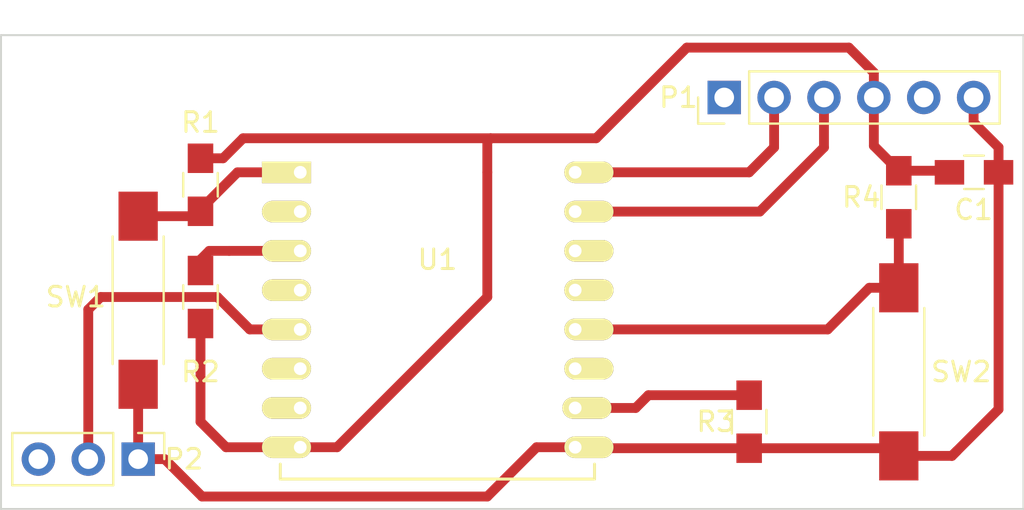
<source format=kicad_pcb>
(kicad_pcb (version 20171130) (host pcbnew "(5.1.2)-2")

  (general
    (thickness 1.6)
    (drawings 4)
    (tracks 64)
    (zones 0)
    (modules 10)
    (nets 20)
  )

  (page A4)
  (layers
    (0 F.Cu signal)
    (31 B.Cu signal)
    (32 B.Adhes user)
    (33 F.Adhes user)
    (34 B.Paste user)
    (35 F.Paste user)
    (36 B.SilkS user)
    (37 F.SilkS user)
    (38 B.Mask user)
    (39 F.Mask user)
    (40 Dwgs.User user)
    (41 Cmts.User user)
    (42 Eco1.User user)
    (43 Eco2.User user)
    (44 Edge.Cuts user)
    (45 Margin user)
    (46 B.CrtYd user)
    (47 F.CrtYd user)
    (48 B.Fab user)
    (49 F.Fab user hide)
  )

  (setup
    (last_trace_width 0.5)
    (trace_clearance 0.2)
    (zone_clearance 0.508)
    (zone_45_only no)
    (trace_min 0.2)
    (via_size 0.6)
    (via_drill 0.4)
    (via_min_size 0.4)
    (via_min_drill 0.3)
    (uvia_size 0.3)
    (uvia_drill 0.1)
    (uvias_allowed no)
    (uvia_min_size 0.2)
    (uvia_min_drill 0.1)
    (edge_width 0.1)
    (segment_width 0.2)
    (pcb_text_width 0.3)
    (pcb_text_size 1.5 1.5)
    (mod_edge_width 0.15)
    (mod_text_size 1 1)
    (mod_text_width 0.15)
    (pad_size 1.5 1.5)
    (pad_drill 0.6)
    (pad_to_mask_clearance 0)
    (aux_axis_origin 0 0)
    (grid_origin 147.955 116.205)
    (visible_elements 7FFFFFFF)
    (pcbplotparams
      (layerselection 0x00000_7fffffff)
      (usegerberextensions false)
      (usegerberattributes false)
      (usegerberadvancedattributes false)
      (creategerberjobfile false)
      (excludeedgelayer false)
      (linewidth 0.100000)
      (plotframeref false)
      (viasonmask false)
      (mode 1)
      (useauxorigin false)
      (hpglpennumber 1)
      (hpglpenspeed 20)
      (hpglpendiameter 15.000000)
      (psnegative false)
      (psa4output false)
      (plotreference false)
      (plotvalue false)
      (plotinvisibletext false)
      (padsonsilk false)
      (subtractmaskfromsilk false)
      (outputformat 4)
      (mirror false)
      (drillshape 0)
      (scaleselection 1)
      (outputdirectory "C:/Users/Mattias/Desktop/"))
  )

  (net 0 "")
  (net 1 +3V3)
  (net 2 GND)
  (net 3 "Net-(P1-Pad1)")
  (net 4 "Net-(P1-Pad2)")
  (net 5 "Net-(P1-Pad3)")
  (net 6 "Net-(P1-Pad5)")
  (net 7 "Net-(P2-Pad2)")
  (net 8 +5V)
  (net 9 "Net-(R1-Pad1)")
  (net 10 "Net-(R2-Pad1)")
  (net 11 "Net-(R3-Pad2)")
  (net 12 "Net-(R4-Pad2)")
  (net 13 "Net-(U1-Pad2)")
  (net 14 "Net-(U1-Pad4)")
  (net 15 "Net-(U1-Pad6)")
  (net 16 "Net-(U1-Pad7)")
  (net 17 "Net-(U1-Pad11)")
  (net 18 "Net-(U1-Pad13)")
  (net 19 "Net-(U1-Pad14)")

  (net_class Default "This is the default net class."
    (clearance 0.2)
    (trace_width 0.5)
    (via_dia 0.6)
    (via_drill 0.4)
    (uvia_dia 0.3)
    (uvia_drill 0.1)
    (add_net +3V3)
    (add_net +5V)
    (add_net GND)
    (add_net "Net-(P1-Pad1)")
    (add_net "Net-(P1-Pad2)")
    (add_net "Net-(P1-Pad3)")
    (add_net "Net-(P1-Pad5)")
    (add_net "Net-(P2-Pad2)")
    (add_net "Net-(R1-Pad1)")
    (add_net "Net-(R2-Pad1)")
    (add_net "Net-(R3-Pad2)")
    (add_net "Net-(R4-Pad2)")
    (add_net "Net-(U1-Pad11)")
    (add_net "Net-(U1-Pad13)")
    (add_net "Net-(U1-Pad14)")
    (add_net "Net-(U1-Pad2)")
    (add_net "Net-(U1-Pad4)")
    (add_net "Net-(U1-Pad6)")
    (add_net "Net-(U1-Pad7)")
  )

  (module Pin_Headers:Pin_Header_Straight_1x03_Pitch2.54mm (layer F.Cu) (tedit 59650532) (tstamp 5D29F806)
    (at 132.715 126.365 270)
    (descr "Through hole straight pin header, 1x03, 2.54mm pitch, single row")
    (tags "Through hole pin header THT 1x03 2.54mm single row")
    (path /5B7338E4)
    (fp_text reference P2 (at 0 -2.33 180) (layer F.SilkS)
      (effects (font (size 1 1) (thickness 0.15)))
    )
    (fp_text value Display (at 2.54 2.54 180) (layer F.Fab)
      (effects (font (size 1 1) (thickness 0.15)))
    )
    (fp_text user %R (at 0 2.54) (layer F.Fab)
      (effects (font (size 1 1) (thickness 0.15)))
    )
    (fp_line (start 1.8 -1.8) (end -1.8 -1.8) (layer F.CrtYd) (width 0.05))
    (fp_line (start 1.8 6.85) (end 1.8 -1.8) (layer F.CrtYd) (width 0.05))
    (fp_line (start -1.8 6.85) (end 1.8 6.85) (layer F.CrtYd) (width 0.05))
    (fp_line (start -1.8 -1.8) (end -1.8 6.85) (layer F.CrtYd) (width 0.05))
    (fp_line (start -1.33 -1.33) (end 0 -1.33) (layer F.SilkS) (width 0.12))
    (fp_line (start -1.33 0) (end -1.33 -1.33) (layer F.SilkS) (width 0.12))
    (fp_line (start -1.33 1.27) (end 1.33 1.27) (layer F.SilkS) (width 0.12))
    (fp_line (start 1.33 1.27) (end 1.33 6.41) (layer F.SilkS) (width 0.12))
    (fp_line (start -1.33 1.27) (end -1.33 6.41) (layer F.SilkS) (width 0.12))
    (fp_line (start -1.33 6.41) (end 1.33 6.41) (layer F.SilkS) (width 0.12))
    (fp_line (start -1.27 -0.635) (end -0.635 -1.27) (layer F.Fab) (width 0.1))
    (fp_line (start -1.27 6.35) (end -1.27 -0.635) (layer F.Fab) (width 0.1))
    (fp_line (start 1.27 6.35) (end -1.27 6.35) (layer F.Fab) (width 0.1))
    (fp_line (start 1.27 -1.27) (end 1.27 6.35) (layer F.Fab) (width 0.1))
    (fp_line (start -0.635 -1.27) (end 1.27 -1.27) (layer F.Fab) (width 0.1))
    (pad 3 thru_hole oval (at 0 5.08 270) (size 1.7 1.7) (drill 1) (layers *.Cu *.Mask)
      (net 8 +5V))
    (pad 2 thru_hole oval (at 0 2.54 270) (size 1.7 1.7) (drill 1) (layers *.Cu *.Mask)
      (net 7 "Net-(P2-Pad2)"))
    (pad 1 thru_hole rect (at 0 0 270) (size 1.7 1.7) (drill 1) (layers *.Cu *.Mask)
      (net 2 GND))
    (model ${KISYS3DMOD}/Pin_Headers.3dshapes/Pin_Header_Straight_1x03_Pitch2.54mm.wrl
      (at (xyz 0 0 0))
      (scale (xyz 1 1 1))
      (rotate (xyz 0 0 0))
    )
  )

  (module Capacitors_SMD:C_0805_HandSoldering (layer F.Cu) (tedit 58AA84A8) (tstamp 5D29F7D5)
    (at 175.28 111.76)
    (descr "Capacitor SMD 0805, hand soldering")
    (tags "capacitor 0805")
    (path /58A78796)
    (attr smd)
    (fp_text reference C1 (at -0.02 1.905) (layer F.SilkS)
      (effects (font (size 1 1) (thickness 0.15)))
    )
    (fp_text value 100n (at 0 1.75) (layer F.Fab)
      (effects (font (size 1 1) (thickness 0.15)))
    )
    (fp_line (start 2.25 0.87) (end -2.25 0.87) (layer F.CrtYd) (width 0.05))
    (fp_line (start 2.25 0.87) (end 2.25 -0.88) (layer F.CrtYd) (width 0.05))
    (fp_line (start -2.25 -0.88) (end -2.25 0.87) (layer F.CrtYd) (width 0.05))
    (fp_line (start -2.25 -0.88) (end 2.25 -0.88) (layer F.CrtYd) (width 0.05))
    (fp_line (start -0.5 0.85) (end 0.5 0.85) (layer F.SilkS) (width 0.12))
    (fp_line (start 0.5 -0.85) (end -0.5 -0.85) (layer F.SilkS) (width 0.12))
    (fp_line (start -1 -0.62) (end 1 -0.62) (layer F.Fab) (width 0.1))
    (fp_line (start 1 -0.62) (end 1 0.62) (layer F.Fab) (width 0.1))
    (fp_line (start 1 0.62) (end -1 0.62) (layer F.Fab) (width 0.1))
    (fp_line (start -1 0.62) (end -1 -0.62) (layer F.Fab) (width 0.1))
    (pad 2 smd rect (at 1.25 0) (size 1.5 1.25) (layers F.Cu F.Paste F.Mask)
      (net 2 GND))
    (pad 1 smd rect (at -1.25 0) (size 1.5 1.25) (layers F.Cu F.Paste F.Mask)
      (net 1 +3V3))
    (model Capacitors_SMD.3dshapes/C_0805.wrl
      (at (xyz 0 0 0))
      (scale (xyz 1 1 1))
      (rotate (xyz 0 0 0))
    )
  )

  (module Pin_Headers:Pin_Header_Straight_1x06_Pitch2.54mm (layer F.Cu) (tedit 59650532) (tstamp 5D29F7EF)
    (at 162.56 107.95 90)
    (descr "Through hole straight pin header, 1x06, 2.54mm pitch, single row")
    (tags "Through hole pin header THT 1x06 2.54mm single row")
    (path /58A759A4)
    (fp_text reference P1 (at 0 -2.33 180) (layer F.SilkS)
      (effects (font (size 1 1) (thickness 0.15)))
    )
    (fp_text value FTDI (at 2.54 10.16 180) (layer F.Fab)
      (effects (font (size 1 1) (thickness 0.15)))
    )
    (fp_text user %R (at 0 6.35) (layer F.Fab)
      (effects (font (size 1 1) (thickness 0.15)))
    )
    (fp_line (start 1.8 -1.8) (end -1.8 -1.8) (layer F.CrtYd) (width 0.05))
    (fp_line (start 1.8 14.5) (end 1.8 -1.8) (layer F.CrtYd) (width 0.05))
    (fp_line (start -1.8 14.5) (end 1.8 14.5) (layer F.CrtYd) (width 0.05))
    (fp_line (start -1.8 -1.8) (end -1.8 14.5) (layer F.CrtYd) (width 0.05))
    (fp_line (start -1.33 -1.33) (end 0 -1.33) (layer F.SilkS) (width 0.12))
    (fp_line (start -1.33 0) (end -1.33 -1.33) (layer F.SilkS) (width 0.12))
    (fp_line (start -1.33 1.27) (end 1.33 1.27) (layer F.SilkS) (width 0.12))
    (fp_line (start 1.33 1.27) (end 1.33 14.03) (layer F.SilkS) (width 0.12))
    (fp_line (start -1.33 1.27) (end -1.33 14.03) (layer F.SilkS) (width 0.12))
    (fp_line (start -1.33 14.03) (end 1.33 14.03) (layer F.SilkS) (width 0.12))
    (fp_line (start -1.27 -0.635) (end -0.635 -1.27) (layer F.Fab) (width 0.1))
    (fp_line (start -1.27 13.97) (end -1.27 -0.635) (layer F.Fab) (width 0.1))
    (fp_line (start 1.27 13.97) (end -1.27 13.97) (layer F.Fab) (width 0.1))
    (fp_line (start 1.27 -1.27) (end 1.27 13.97) (layer F.Fab) (width 0.1))
    (fp_line (start -0.635 -1.27) (end 1.27 -1.27) (layer F.Fab) (width 0.1))
    (pad 6 thru_hole oval (at 0 12.7 90) (size 1.7 1.7) (drill 1) (layers *.Cu *.Mask)
      (net 2 GND))
    (pad 5 thru_hole oval (at 0 10.16 90) (size 1.7 1.7) (drill 1) (layers *.Cu *.Mask)
      (net 6 "Net-(P1-Pad5)"))
    (pad 4 thru_hole oval (at 0 7.62 90) (size 1.7 1.7) (drill 1) (layers *.Cu *.Mask)
      (net 1 +3V3))
    (pad 3 thru_hole oval (at 0 5.08 90) (size 1.7 1.7) (drill 1) (layers *.Cu *.Mask)
      (net 5 "Net-(P1-Pad3)"))
    (pad 2 thru_hole oval (at 0 2.54 90) (size 1.7 1.7) (drill 1) (layers *.Cu *.Mask)
      (net 4 "Net-(P1-Pad2)"))
    (pad 1 thru_hole rect (at 0 0 90) (size 1.7 1.7) (drill 1) (layers *.Cu *.Mask)
      (net 3 "Net-(P1-Pad1)"))
    (model ${KISYS3DMOD}/Pin_Headers.3dshapes/Pin_Header_Straight_1x06_Pitch2.54mm.wrl
      (at (xyz 0 0 0))
      (scale (xyz 1 1 1))
      (rotate (xyz 0 0 0))
    )
  )

  (module Resistors_SMD:R_0805_HandSoldering (layer F.Cu) (tedit 58E0A804) (tstamp 5D29F817)
    (at 135.89 112.395 90)
    (descr "Resistor SMD 0805, hand soldering")
    (tags "resistor 0805")
    (path /58A75703)
    (attr smd)
    (fp_text reference R1 (at 3.175 0 180) (layer F.SilkS)
      (effects (font (size 1 1) (thickness 0.15)))
    )
    (fp_text value 10k (at 1.905 -2.54 180) (layer F.Fab)
      (effects (font (size 1 1) (thickness 0.15)))
    )
    (fp_text user %R (at 0 0 90) (layer F.Fab)
      (effects (font (size 0.5 0.5) (thickness 0.075)))
    )
    (fp_line (start -1 0.62) (end -1 -0.62) (layer F.Fab) (width 0.1))
    (fp_line (start 1 0.62) (end -1 0.62) (layer F.Fab) (width 0.1))
    (fp_line (start 1 -0.62) (end 1 0.62) (layer F.Fab) (width 0.1))
    (fp_line (start -1 -0.62) (end 1 -0.62) (layer F.Fab) (width 0.1))
    (fp_line (start 0.6 0.88) (end -0.6 0.88) (layer F.SilkS) (width 0.12))
    (fp_line (start -0.6 -0.88) (end 0.6 -0.88) (layer F.SilkS) (width 0.12))
    (fp_line (start -2.35 -0.9) (end 2.35 -0.9) (layer F.CrtYd) (width 0.05))
    (fp_line (start -2.35 -0.9) (end -2.35 0.9) (layer F.CrtYd) (width 0.05))
    (fp_line (start 2.35 0.9) (end 2.35 -0.9) (layer F.CrtYd) (width 0.05))
    (fp_line (start 2.35 0.9) (end -2.35 0.9) (layer F.CrtYd) (width 0.05))
    (pad 1 smd rect (at -1.35 0 90) (size 1.5 1.3) (layers F.Cu F.Paste F.Mask)
      (net 9 "Net-(R1-Pad1)"))
    (pad 2 smd rect (at 1.35 0 90) (size 1.5 1.3) (layers F.Cu F.Paste F.Mask)
      (net 1 +3V3))
    (model ${KISYS3DMOD}/Resistors_SMD.3dshapes/R_0805.wrl
      (at (xyz 0 0 0))
      (scale (xyz 1 1 1))
      (rotate (xyz 0 0 0))
    )
  )

  (module Resistors_SMD:R_0805_HandSoldering (layer F.Cu) (tedit 58E0A804) (tstamp 5D29F828)
    (at 135.89 118.11 270)
    (descr "Resistor SMD 0805, hand soldering")
    (tags "resistor 0805")
    (path /58A756C8)
    (attr smd)
    (fp_text reference R2 (at 3.81 0 180) (layer F.SilkS)
      (effects (font (size 1 1) (thickness 0.15)))
    )
    (fp_text value 10k (at 3.175 -0.635 180) (layer F.Fab)
      (effects (font (size 1 1) (thickness 0.15)))
    )
    (fp_line (start 2.35 0.9) (end -2.35 0.9) (layer F.CrtYd) (width 0.05))
    (fp_line (start 2.35 0.9) (end 2.35 -0.9) (layer F.CrtYd) (width 0.05))
    (fp_line (start -2.35 -0.9) (end -2.35 0.9) (layer F.CrtYd) (width 0.05))
    (fp_line (start -2.35 -0.9) (end 2.35 -0.9) (layer F.CrtYd) (width 0.05))
    (fp_line (start -0.6 -0.88) (end 0.6 -0.88) (layer F.SilkS) (width 0.12))
    (fp_line (start 0.6 0.88) (end -0.6 0.88) (layer F.SilkS) (width 0.12))
    (fp_line (start -1 -0.62) (end 1 -0.62) (layer F.Fab) (width 0.1))
    (fp_line (start 1 -0.62) (end 1 0.62) (layer F.Fab) (width 0.1))
    (fp_line (start 1 0.62) (end -1 0.62) (layer F.Fab) (width 0.1))
    (fp_line (start -1 0.62) (end -1 -0.62) (layer F.Fab) (width 0.1))
    (fp_text user %R (at 0 0 90) (layer F.Fab)
      (effects (font (size 0.5 0.5) (thickness 0.075)))
    )
    (pad 2 smd rect (at 1.35 0 270) (size 1.5 1.3) (layers F.Cu F.Paste F.Mask)
      (net 1 +3V3))
    (pad 1 smd rect (at -1.35 0 270) (size 1.5 1.3) (layers F.Cu F.Paste F.Mask)
      (net 10 "Net-(R2-Pad1)"))
    (model ${KISYS3DMOD}/Resistors_SMD.3dshapes/R_0805.wrl
      (at (xyz 0 0 0))
      (scale (xyz 1 1 1))
      (rotate (xyz 0 0 0))
    )
  )

  (module Resistors_SMD:R_0805_HandSoldering (layer F.Cu) (tedit 58E0A804) (tstamp 5D29F839)
    (at 163.83 124.46 90)
    (descr "Resistor SMD 0805, hand soldering")
    (tags "resistor 0805")
    (path /58A7564E)
    (attr smd)
    (fp_text reference R3 (at 0 -1.7 180) (layer F.SilkS)
      (effects (font (size 1 1) (thickness 0.15)))
    )
    (fp_text value 10k (at 0 1.75 90) (layer F.Fab)
      (effects (font (size 1 1) (thickness 0.15)))
    )
    (fp_text user %R (at 0 0 90) (layer F.Fab)
      (effects (font (size 0.5 0.5) (thickness 0.075)))
    )
    (fp_line (start -1 0.62) (end -1 -0.62) (layer F.Fab) (width 0.1))
    (fp_line (start 1 0.62) (end -1 0.62) (layer F.Fab) (width 0.1))
    (fp_line (start 1 -0.62) (end 1 0.62) (layer F.Fab) (width 0.1))
    (fp_line (start -1 -0.62) (end 1 -0.62) (layer F.Fab) (width 0.1))
    (fp_line (start 0.6 0.88) (end -0.6 0.88) (layer F.SilkS) (width 0.12))
    (fp_line (start -0.6 -0.88) (end 0.6 -0.88) (layer F.SilkS) (width 0.12))
    (fp_line (start -2.35 -0.9) (end 2.35 -0.9) (layer F.CrtYd) (width 0.05))
    (fp_line (start -2.35 -0.9) (end -2.35 0.9) (layer F.CrtYd) (width 0.05))
    (fp_line (start 2.35 0.9) (end 2.35 -0.9) (layer F.CrtYd) (width 0.05))
    (fp_line (start 2.35 0.9) (end -2.35 0.9) (layer F.CrtYd) (width 0.05))
    (pad 1 smd rect (at -1.35 0 90) (size 1.5 1.3) (layers F.Cu F.Paste F.Mask)
      (net 2 GND))
    (pad 2 smd rect (at 1.35 0 90) (size 1.5 1.3) (layers F.Cu F.Paste F.Mask)
      (net 11 "Net-(R3-Pad2)"))
    (model ${KISYS3DMOD}/Resistors_SMD.3dshapes/R_0805.wrl
      (at (xyz 0 0 0))
      (scale (xyz 1 1 1))
      (rotate (xyz 0 0 0))
    )
  )

  (module Resistors_SMD:R_0805_HandSoldering (layer F.Cu) (tedit 58E0A804) (tstamp 5D29F84A)
    (at 171.45 113.03 270)
    (descr "Resistor SMD 0805, hand soldering")
    (tags "resistor 0805")
    (path /58A755D9)
    (attr smd)
    (fp_text reference R4 (at 0 1.905) (layer F.SilkS)
      (effects (font (size 1 1) (thickness 0.15)))
    )
    (fp_text value 10k (at 0 2.54 180) (layer F.Fab)
      (effects (font (size 1 1) (thickness 0.15)))
    )
    (fp_line (start 2.35 0.9) (end -2.35 0.9) (layer F.CrtYd) (width 0.05))
    (fp_line (start 2.35 0.9) (end 2.35 -0.9) (layer F.CrtYd) (width 0.05))
    (fp_line (start -2.35 -0.9) (end -2.35 0.9) (layer F.CrtYd) (width 0.05))
    (fp_line (start -2.35 -0.9) (end 2.35 -0.9) (layer F.CrtYd) (width 0.05))
    (fp_line (start -0.6 -0.88) (end 0.6 -0.88) (layer F.SilkS) (width 0.12))
    (fp_line (start 0.6 0.88) (end -0.6 0.88) (layer F.SilkS) (width 0.12))
    (fp_line (start -1 -0.62) (end 1 -0.62) (layer F.Fab) (width 0.1))
    (fp_line (start 1 -0.62) (end 1 0.62) (layer F.Fab) (width 0.1))
    (fp_line (start 1 0.62) (end -1 0.62) (layer F.Fab) (width 0.1))
    (fp_line (start -1 0.62) (end -1 -0.62) (layer F.Fab) (width 0.1))
    (fp_text user %R (at 0 0 90) (layer F.Fab)
      (effects (font (size 0.5 0.5) (thickness 0.075)))
    )
    (pad 2 smd rect (at 1.35 0 270) (size 1.5 1.3) (layers F.Cu F.Paste F.Mask)
      (net 12 "Net-(R4-Pad2)"))
    (pad 1 smd rect (at -1.35 0 270) (size 1.5 1.3) (layers F.Cu F.Paste F.Mask)
      (net 1 +3V3))
    (model ${KISYS3DMOD}/Resistors_SMD.3dshapes/R_0805.wrl
      (at (xyz 0 0 0))
      (scale (xyz 1 1 1))
      (rotate (xyz 0 0 0))
    )
  )

  (module Buttons_Switches_SMD:SW_SPST_REED_CT05-XXXX-G1 (layer F.Cu) (tedit 58724E90) (tstamp 5D29F85B)
    (at 132.715 118.275 270)
    (descr "Coto Technologies SPST Reed Switch CT05-XXXX-G1")
    (tags "Coto Reed SPST Switch")
    (path /58A765D4)
    (attr smd)
    (fp_text reference SW1 (at -0.165 3.175 180) (layer F.SilkS)
      (effects (font (size 1 1) (thickness 0.15)))
    )
    (fp_text value Reset (at -0.165 4.445 270) (layer F.Fab)
      (effects (font (size 1 1) (thickness 0.15)))
    )
    (fp_text user %R (at 0 2.75 90) (layer F.Fab)
      (effects (font (size 1 1) (thickness 0.15)))
    )
    (fp_line (start -3.2 -1.15) (end -3.2 1.15) (layer F.Fab) (width 0.1))
    (fp_line (start -3.2 1.15) (end 3.2 1.15) (layer F.Fab) (width 0.1))
    (fp_line (start 3.2 1.15) (end 3.2 -1.15) (layer F.Fab) (width 0.1))
    (fp_line (start 3.2 -1.15) (end -3.2 -1.15) (layer F.Fab) (width 0.1))
    (fp_line (start -5.8 2) (end -5.8 -2) (layer F.CrtYd) (width 0.05))
    (fp_line (start -5.8 -2) (end 5.8 -2) (layer F.CrtYd) (width 0.05))
    (fp_line (start 5.8 -2) (end 5.8 2) (layer F.CrtYd) (width 0.05))
    (fp_line (start 5.8 2) (end -5.8 2) (layer F.CrtYd) (width 0.05))
    (fp_line (start 3.25 1.3) (end -3.25 1.3) (layer F.SilkS) (width 0.12))
    (fp_line (start -3.25 -1.3) (end 3.25 -1.3) (layer F.SilkS) (width 0.12))
    (pad 2 smd rect (at 4.28 0 270) (size 2.5 2) (layers F.Cu F.Paste F.Mask)
      (net 2 GND))
    (pad 1 smd rect (at -4.28 0 270) (size 2.5 2) (layers F.Cu F.Paste F.Mask)
      (net 9 "Net-(R1-Pad1)"))
    (model ${KISYS3DMOD}/Buttons_Switches_SMD.3dshapes/SW_SPST_REED_CT05-XXXX-G1.wrl
      (at (xyz 0 0 0))
      (scale (xyz 1 1 1))
      (rotate (xyz 0 0 0))
    )
  )

  (module Buttons_Switches_SMD:SW_SPST_REED_CT05-XXXX-G1 (layer F.Cu) (tedit 58724E90) (tstamp 5D29F86C)
    (at 171.45 121.92 270)
    (descr "Coto Technologies SPST Reed Switch CT05-XXXX-G1")
    (tags "Coto Reed SPST Switch")
    (path /58A76453)
    (attr smd)
    (fp_text reference SW2 (at 0 -3.175 180) (layer F.SilkS)
      (effects (font (size 1 1) (thickness 0.15)))
    )
    (fp_text value Flash (at -0.05 0 90) (layer F.Fab)
      (effects (font (size 1 1) (thickness 0.15)))
    )
    (fp_line (start -3.25 -1.3) (end 3.25 -1.3) (layer F.SilkS) (width 0.12))
    (fp_line (start 3.25 1.3) (end -3.25 1.3) (layer F.SilkS) (width 0.12))
    (fp_line (start 5.8 2) (end -5.8 2) (layer F.CrtYd) (width 0.05))
    (fp_line (start 5.8 -2) (end 5.8 2) (layer F.CrtYd) (width 0.05))
    (fp_line (start -5.8 -2) (end 5.8 -2) (layer F.CrtYd) (width 0.05))
    (fp_line (start -5.8 2) (end -5.8 -2) (layer F.CrtYd) (width 0.05))
    (fp_line (start 3.2 -1.15) (end -3.2 -1.15) (layer F.Fab) (width 0.1))
    (fp_line (start 3.2 1.15) (end 3.2 -1.15) (layer F.Fab) (width 0.1))
    (fp_line (start -3.2 1.15) (end 3.2 1.15) (layer F.Fab) (width 0.1))
    (fp_line (start -3.2 -1.15) (end -3.2 1.15) (layer F.Fab) (width 0.1))
    (fp_text user %R (at 0 2.75 90) (layer F.Fab)
      (effects (font (size 1 1) (thickness 0.15)))
    )
    (pad 1 smd rect (at -4.28 0 270) (size 2.5 2) (layers F.Cu F.Paste F.Mask)
      (net 12 "Net-(R4-Pad2)"))
    (pad 2 smd rect (at 4.28 0 270) (size 2.5 2) (layers F.Cu F.Paste F.Mask)
      (net 2 GND))
    (model ${KISYS3DMOD}/Buttons_Switches_SMD.3dshapes/SW_SPST_REED_CT05-XXXX-G1.wrl
      (at (xyz 0 0 0))
      (scale (xyz 1 1 1))
      (rotate (xyz 0 0 0))
    )
  )

  (module ESP8266:ESP-12 locked (layer F.Cu) (tedit 55BE5912) (tstamp 5D29F894)
    (at 140.97 111.76)
    (descr "Module, ESP-8266, ESP-12, 16 pad, SMD")
    (tags "Module ESP-8266 ESP8266")
    (path /5B7354DD)
    (fp_text reference U1 (at 6.985 4.445) (layer F.SilkS)
      (effects (font (size 1 1) (thickness 0.15)))
    )
    (fp_text value ESP-12 (at 5.08 0) (layer F.Fab)
      (effects (font (size 1 1) (thickness 0.15)))
    )
    (fp_line (start -2.25 -0.5) (end -2.25 -8.75) (layer F.CrtYd) (width 0.05))
    (fp_line (start -2.25 -8.75) (end 15.25 -8.75) (layer F.CrtYd) (width 0.05))
    (fp_line (start 15.25 -8.75) (end 16.25 -8.75) (layer F.CrtYd) (width 0.05))
    (fp_line (start 16.25 -8.75) (end 16.25 16) (layer F.CrtYd) (width 0.05))
    (fp_line (start 16.25 16) (end -2.25 16) (layer F.CrtYd) (width 0.05))
    (fp_line (start -2.25 16) (end -2.25 -0.5) (layer F.CrtYd) (width 0.05))
    (fp_line (start -1.016 -8.382) (end 14.986 -8.382) (layer F.CrtYd) (width 0.1524))
    (fp_line (start 14.986 -8.382) (end 14.986 -0.889) (layer F.CrtYd) (width 0.1524))
    (fp_line (start -1.016 -8.382) (end -1.016 -1.016) (layer F.CrtYd) (width 0.1524))
    (fp_line (start -1.016 14.859) (end -1.016 15.621) (layer F.SilkS) (width 0.1524))
    (fp_line (start -1.016 15.621) (end 14.986 15.621) (layer F.SilkS) (width 0.1524))
    (fp_line (start 14.986 15.621) (end 14.986 14.859) (layer F.SilkS) (width 0.1524))
    (fp_line (start 14.992 -8.4) (end -1.008 -2.6) (layer F.CrtYd) (width 0.1524))
    (fp_line (start -1.008 -8.4) (end 14.992 -2.6) (layer F.CrtYd) (width 0.1524))
    (fp_text user "No Copper" (at 6.892 -5.4) (layer F.CrtYd)
      (effects (font (size 1 1) (thickness 0.15)))
    )
    (fp_line (start -1.008 -2.6) (end 14.992 -2.6) (layer F.CrtYd) (width 0.1524))
    (fp_line (start 15 -8.4) (end 15 15.6) (layer F.Fab) (width 0.05))
    (fp_line (start 14.992 15.6) (end -1.008 15.6) (layer F.Fab) (width 0.05))
    (fp_line (start -1.008 15.6) (end -1.008 -8.4) (layer F.Fab) (width 0.05))
    (fp_line (start -1.008 -8.4) (end 14.992 -8.4) (layer F.Fab) (width 0.05))
    (pad 1 thru_hole rect (at 0 0) (size 2.5 1.1) (drill 0.65 (offset -0.7 0)) (layers *.Cu *.Mask F.SilkS)
      (net 9 "Net-(R1-Pad1)"))
    (pad 2 thru_hole oval (at 0 2) (size 2.5 1.1) (drill 0.65 (offset -0.7 0)) (layers *.Cu *.Mask F.SilkS)
      (net 13 "Net-(U1-Pad2)"))
    (pad 3 thru_hole oval (at 0 4) (size 2.5 1.1) (drill 0.65 (offset -0.7 0)) (layers *.Cu *.Mask F.SilkS)
      (net 10 "Net-(R2-Pad1)"))
    (pad 4 thru_hole oval (at 0 6) (size 2.5 1.1) (drill 0.65 (offset -0.7 0)) (layers *.Cu *.Mask F.SilkS)
      (net 14 "Net-(U1-Pad4)"))
    (pad 5 thru_hole oval (at 0 8) (size 2.5 1.1) (drill 0.65 (offset -0.7 0)) (layers *.Cu *.Mask F.SilkS)
      (net 7 "Net-(P2-Pad2)"))
    (pad 6 thru_hole oval (at 0 10) (size 2.5 1.1) (drill 0.65 (offset -0.7 0)) (layers *.Cu *.Mask F.SilkS)
      (net 15 "Net-(U1-Pad6)"))
    (pad 7 thru_hole oval (at 0 12) (size 2.5 1.1) (drill 0.65 (offset -0.7 0)) (layers *.Cu *.Mask F.SilkS)
      (net 16 "Net-(U1-Pad7)"))
    (pad 8 thru_hole oval (at 0 14) (size 2.5 1.1) (drill 0.65 (offset -0.7 0)) (layers *.Cu *.Mask F.SilkS)
      (net 1 +3V3))
    (pad 9 thru_hole oval (at 14 14) (size 2.5 1.1) (drill 0.65 (offset 0.7 0)) (layers *.Cu *.Mask F.SilkS)
      (net 2 GND))
    (pad 10 thru_hole oval (at 14 12) (size 2.5 1.1) (drill 0.65 (offset 0.6 0)) (layers *.Cu *.Mask F.SilkS)
      (net 11 "Net-(R3-Pad2)"))
    (pad 11 thru_hole oval (at 14 10) (size 2.5 1.1) (drill 0.65 (offset 0.7 0)) (layers *.Cu *.Mask F.SilkS)
      (net 17 "Net-(U1-Pad11)"))
    (pad 12 thru_hole oval (at 14 8) (size 2.5 1.1) (drill 0.65 (offset 0.7 0)) (layers *.Cu *.Mask F.SilkS)
      (net 12 "Net-(R4-Pad2)"))
    (pad 13 thru_hole oval (at 14 6) (size 2.5 1.1) (drill 0.65 (offset 0.7 0)) (layers *.Cu *.Mask F.SilkS)
      (net 18 "Net-(U1-Pad13)"))
    (pad 14 thru_hole oval (at 14 4) (size 2.5 1.1) (drill 0.65 (offset 0.7 0)) (layers *.Cu *.Mask F.SilkS)
      (net 19 "Net-(U1-Pad14)"))
    (pad 15 thru_hole oval (at 14 2) (size 2.5 1.1) (drill 0.65 (offset 0.7 0)) (layers *.Cu *.Mask F.SilkS)
      (net 5 "Net-(P1-Pad3)"))
    (pad 16 thru_hole oval (at 14 0) (size 2.5 1.1) (drill 0.65 (offset 0.7 0)) (layers *.Cu *.Mask F.SilkS)
      (net 4 "Net-(P1-Pad2)"))
    (model ${ESPLIB}/ESP8266.3dshapes/ESP-12.wrl
      (at (xyz 0 0 0))
      (scale (xyz 0.3937 0.3937 0.3937))
      (rotate (xyz 0 0 0))
    )
  )

  (gr_line (start 125.73 128.905) (end 125.73 104.775) (layer Edge.Cuts) (width 0.1) (tstamp 5D2A071A))
  (gr_line (start 177.8 128.905) (end 125.73 128.905) (layer Edge.Cuts) (width 0.1))
  (gr_line (start 177.8 104.775) (end 177.8 128.905) (layer Edge.Cuts) (width 0.1))
  (gr_line (start 125.73 104.775) (end 177.8 104.775) (layer Edge.Cuts) (width 0.1))

  (segment (start 142.845 125.76) (end 150.495 118.11) (width 0.5) (layer F.Cu) (net 1))
  (segment (start 150.495 118.11) (end 150.495 111.76) (width 0.5) (layer F.Cu) (net 1))
  (segment (start 140.97 125.76) (end 142.845 125.76) (width 0.5) (layer F.Cu) (net 1))
  (segment (start 140.97 125.76) (end 137.19 125.76) (width 0.5) (layer F.Cu) (net 1))
  (segment (start 135.89 124.46) (end 135.89 119.46) (width 0.5) (layer F.Cu) (net 1))
  (segment (start 137.19 125.76) (end 135.89 124.46) (width 0.5) (layer F.Cu) (net 1))
  (segment (start 170.18 110.41) (end 171.45 111.68) (width 0.5) (layer F.Cu) (net 1))
  (segment (start 170.18 107.95) (end 170.18 110.41) (width 0.5) (layer F.Cu) (net 1))
  (segment (start 173.95 111.68) (end 174.03 111.76) (width 0.5) (layer F.Cu) (net 1))
  (segment (start 171.45 111.68) (end 173.95 111.68) (width 0.5) (layer F.Cu) (net 1))
  (segment (start 150.495 110.194998) (end 150.664999 110.024999) (width 0.5) (layer F.Cu) (net 1))
  (segment (start 150.495 111.76) (end 150.495 110.194998) (width 0.5) (layer F.Cu) (net 1))
  (segment (start 170.18 106.68) (end 170.18 107.95) (width 0.5) (layer F.Cu) (net 1))
  (segment (start 168.91 105.41) (end 170.18 106.68) (width 0.5) (layer F.Cu) (net 1))
  (segment (start 160.655 105.41) (end 168.91 105.41) (width 0.5) (layer F.Cu) (net 1))
  (segment (start 150.664999 110.024999) (end 156.040001 110.024999) (width 0.5) (layer F.Cu) (net 1))
  (segment (start 156.040001 110.024999) (end 160.655 105.41) (width 0.5) (layer F.Cu) (net 1))
  (segment (start 137.04 111.045) (end 135.89 111.045) (width 0.5) (layer F.Cu) (net 1))
  (segment (start 138.060001 110.024999) (end 137.04 111.045) (width 0.5) (layer F.Cu) (net 1))
  (segment (start 150.664999 110.024999) (end 138.060001 110.024999) (width 0.5) (layer F.Cu) (net 1))
  (segment (start 171.06 125.81) (end 171.45 126.2) (width 0.5) (layer F.Cu) (net 2))
  (segment (start 163.83 125.81) (end 171.06 125.81) (width 0.5) (layer F.Cu) (net 2))
  (segment (start 174.155 126.2) (end 171.45 126.2) (width 0.5) (layer F.Cu) (net 2))
  (segment (start 174.410001 125.944999) (end 174.155 126.2) (width 0.5) (layer F.Cu) (net 2))
  (segment (start 175.26 107.95) (end 175.26 109.22) (width 0.5) (layer F.Cu) (net 2))
  (segment (start 176.53 110.49) (end 176.53 111.76) (width 0.5) (layer F.Cu) (net 2))
  (segment (start 175.26 109.22) (end 176.53 110.49) (width 0.5) (layer F.Cu) (net 2))
  (segment (start 176.53 123.825) (end 174.155 126.2) (width 0.5) (layer F.Cu) (net 2))
  (segment (start 176.53 111.76) (end 176.53 123.825) (width 0.5) (layer F.Cu) (net 2))
  (segment (start 155.02 125.81) (end 163.83 125.81) (width 0.5) (layer F.Cu) (net 2))
  (segment (start 154.97 125.76) (end 155.02 125.81) (width 0.5) (layer F.Cu) (net 2))
  (segment (start 132.715 122.555) (end 132.715 126.365) (width 0.5) (layer F.Cu) (net 2))
  (segment (start 134.065 126.365) (end 135.97 128.27) (width 0.5) (layer F.Cu) (net 2))
  (segment (start 132.715 126.365) (end 134.065 126.365) (width 0.5) (layer F.Cu) (net 2))
  (segment (start 135.97 128.27) (end 150.495 128.27) (width 0.5) (layer F.Cu) (net 2))
  (segment (start 153.005 125.76) (end 154.97 125.76) (width 0.5) (layer F.Cu) (net 2))
  (segment (start 150.495 128.27) (end 153.005 125.76) (width 0.5) (layer F.Cu) (net 2))
  (segment (start 165.1 110.49) (end 165.1 107.95) (width 0.5) (layer F.Cu) (net 4))
  (segment (start 154.97 111.76) (end 163.83 111.76) (width 0.5) (layer F.Cu) (net 4))
  (segment (start 163.83 111.76) (end 165.1 110.49) (width 0.5) (layer F.Cu) (net 4))
  (segment (start 154.97 113.76) (end 164.37 113.76) (width 0.5) (layer F.Cu) (net 5))
  (segment (start 167.64 110.49) (end 167.64 107.95) (width 0.5) (layer F.Cu) (net 5))
  (segment (start 164.37 113.76) (end 167.64 110.49) (width 0.5) (layer F.Cu) (net 5))
  (segment (start 138.400002 119.76) (end 136.750002 118.11) (width 0.5) (layer F.Cu) (net 7))
  (segment (start 140.97 119.76) (end 138.400002 119.76) (width 0.5) (layer F.Cu) (net 7))
  (segment (start 130.175 118.745) (end 130.175 126.365) (width 0.5) (layer F.Cu) (net 7))
  (segment (start 130.175 118.745) (end 130.81 118.11) (width 0.5) (layer F.Cu) (net 7))
  (segment (start 136.750002 118.11) (end 130.81 118.11) (width 0.5) (layer F.Cu) (net 7))
  (segment (start 135.64 113.995) (end 135.89 113.745) (width 0.5) (layer F.Cu) (net 9))
  (segment (start 132.715 113.995) (end 135.64 113.995) (width 0.5) (layer F.Cu) (net 9))
  (segment (start 135.89 113.645) (end 135.89 113.745) (width 0.5) (layer F.Cu) (net 9))
  (segment (start 137.775 111.76) (end 135.89 113.645) (width 0.5) (layer F.Cu) (net 9))
  (segment (start 140.97 111.76) (end 137.775 111.76) (width 0.5) (layer F.Cu) (net 9))
  (segment (start 140.97 115.76) (end 137.35 115.76) (width 0.5) (layer F.Cu) (net 10))
  (segment (start 135.89 116.76) (end 135.89 116.205) (width 0.5) (layer F.Cu) (net 10))
  (segment (start 136.335 115.76) (end 137.35 115.76) (width 0.5) (layer F.Cu) (net 10))
  (segment (start 135.89 116.205) (end 136.335 115.76) (width 0.5) (layer F.Cu) (net 10))
  (segment (start 154.97 123.76) (end 158.05 123.76) (width 0.5) (layer F.Cu) (net 11))
  (segment (start 158.7 123.11) (end 163.83 123.11) (width 0.5) (layer F.Cu) (net 11))
  (segment (start 158.05 123.76) (end 158.7 123.11) (width 0.5) (layer F.Cu) (net 11))
  (segment (start 169.95 117.64) (end 171.45 117.64) (width 0.5) (layer F.Cu) (net 12))
  (segment (start 167.83 119.76) (end 169.95 117.64) (width 0.5) (layer F.Cu) (net 12))
  (segment (start 154.97 119.76) (end 167.83 119.76) (width 0.5) (layer F.Cu) (net 12))
  (segment (start 171.45 114.38) (end 171.45 117.64) (width 0.5) (layer F.Cu) (net 12))

)

</source>
